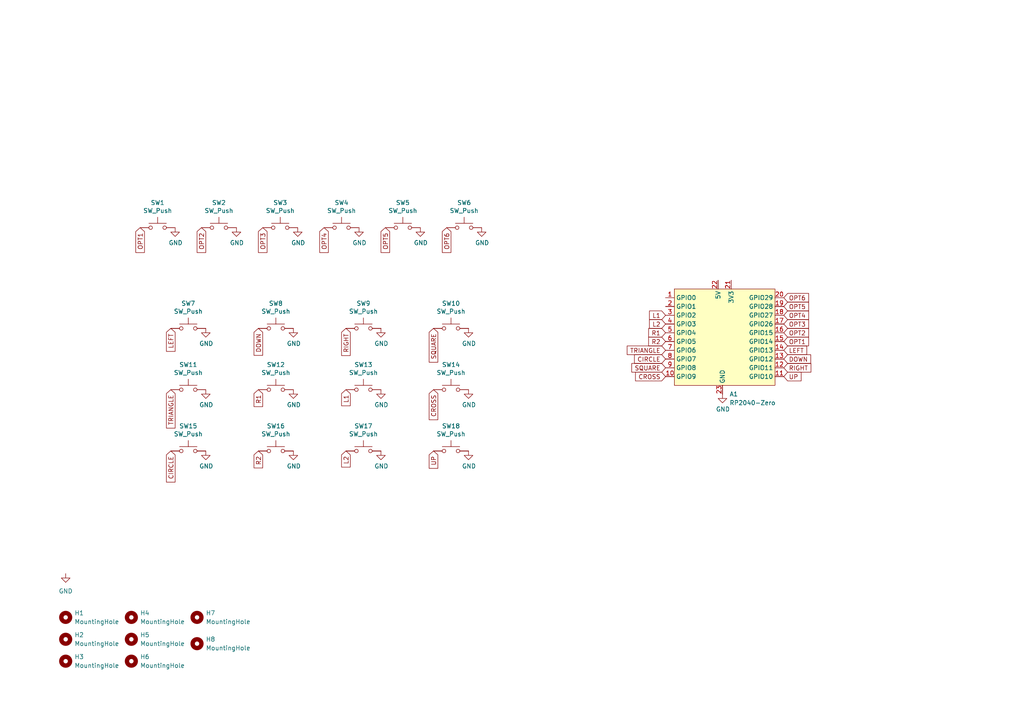
<source format=kicad_sch>
(kicad_sch (version 20230121) (generator eeschema)
  (paper "A4")
  (lib_symbols
    (symbol "GND_1" (power) (pin_names (offset 0))
      (property "Value" "GND_1" (at 0 -3.81 0))
      (symbol "GND_1_0_1"
        (polyline (pts (xy 0 0) (xy 0 -1.27) (xy 1.27 -1.27) (xy 0 -2.54) (xy -1.27 -1.27) (xy 0 -1.27)))
      )
      (symbol "GND_1_1_1"
        (pin power_in line (at 0 0 270) (length 0) hide (name "GND") (number "1"))
      )
    )
    (symbol "Mechanical:MountingHole" (pin_names (offset 1.016))
      (property "Reference" "H" (at 0 5.08 0))
      (property "Value" "MountingHole" (at 0 3.175 0))
      (symbol "MountingHole_0_1"
        (circle (center 0 0) (radius 1.27) (stroke (width 1.27)))
      )
    )
    (symbol "RP2040-Zero:RP2040-Zero"
      (property "Reference" "U" (at 0 1.27 0))
      (property "Value" "RP2040-Zero" (at 0 -1.27 0))
      (symbol "RP2040-Zero_0_1"
        (rectangle (start -13.97 12.7) (end 15.24 -15.24) (fill (type background)))
      )
      (symbol "RP2040-Zero_1_1"
        (pin bidirectional line (at -16.51 10.16 0) (length 2.54) (name "GPIO0") (number "1"))
        (pin bidirectional line (at -16.51 -12.7 0) (length 2.54) (name "GPIO9") (number "10"))
        (pin bidirectional line (at 17.78 -12.7 180) (length 2.54) (name "GPIO10") (number "11"))
        (pin bidirectional line (at 17.78 -10.16 180) (length 2.54) (name "GPIO11") (number "12"))
        (pin bidirectional line (at 17.78 -7.62 180) (length 2.54) (name "GPIO12") (number "13"))
        (pin bidirectional line (at 17.78 -5.08 180) (length 2.54) (name "GPIO13") (number "14"))
        (pin bidirectional line (at 17.78 -2.54 180) (length 2.54) (name "GPIO14") (number "15"))
        (pin bidirectional line (at 17.78 0 180) (length 2.54) (name "GPIO15") (number "16"))
        (pin bidirectional line (at 17.78 2.54 180) (length 2.54) (name "GPIO26") (number "17"))
        (pin bidirectional line (at 17.78 5.08 180) (length 2.54) (name "GPIO27") (number "18"))
        (pin bidirectional line (at 17.78 7.62 180) (length 2.54) (name "GPIO28") (number "19"))
        (pin bidirectional line (at -16.51 7.62 0) (length 2.54) (name "GPIO1") (number "2"))
        (pin bidirectional line (at 17.78 10.16 180) (length 2.54) (name "GPIO29") (number "20"))
        (pin power_out line (at 2.54 15.24 270) (length 2.54) (name "3V3") (number "21"))
        (pin power_in line (at -1.27 15.24 270) (length 2.54) (name "5V") (number "22"))
        (pin power_in line (at 0 -17.78 90) (length 2.54) (name "GND") (number "23"))
        (pin bidirectional line (at -16.51 5.08 0) (length 2.54) (name "GPIO2") (number "3"))
        (pin bidirectional line (at -16.51 2.54 0) (length 2.54) (name "GPIO3") (number "4"))
        (pin bidirectional line (at -16.51 0 0) (length 2.54) (name "GPIO4") (number "5"))
        (pin bidirectional line (at -16.51 -2.54 0) (length 2.54) (name "GPIO5") (number "6"))
        (pin bidirectional line (at -16.51 -5.08 0) (length 2.54) (name "GPIO6") (number "7"))
        (pin bidirectional line (at -16.51 -7.62 0) (length 2.54) (name "GPIO7") (number "8"))
        (pin bidirectional line (at -16.51 -10.16 0) (length 2.54) (name "GPIO8") (number "9"))
      )
    )
    (symbol "Switch:SW_Push" (pin_numbers hide) (pin_names (offset 1.016) hide)
      (property "Reference" "SW" (at 1.27 2.54 0))
      (property "Value" "SW_Push" (at 0 -1.524 0))
      (symbol "SW_Push_0_1"
        (circle (center -2.032 0) (radius 0.508))
        (polyline (pts (xy 0 1.27) (xy 0 3.048)))
        (polyline (pts (xy 2.54 1.27) (xy -2.54 1.27)))
        (circle (center 2.032 0) (radius 0.508))
        (pin passive line (at -5.08 0 0) (length 2.54) (name "1") (number "1"))
        (pin passive line (at 5.08 0 180) (length 2.54) (name "2") (number "2"))
      )
    )
    (symbol "power:GND" (power) (pin_names (offset 0))
      (property "Value" "GND" (at 0 -3.81 0))
      (symbol "GND_0_1"
        (polyline (pts (xy 0 0) (xy 0 -1.27) (xy 1.27 -1.27) (xy 0 -2.54) (xy -1.27 -1.27) (xy 0 -1.27)))
      )
      (symbol "GND_1_1"
        (pin power_in line (at 0 0 270) (length 0) hide (name "GND") (number "1"))
      )
    )
  )
  (global_label "TRIANGLE" (shape input) (at 49.53 113.03 270) (property "Intersheetrefs" "${INTERSHEET_REFS}" (effects hide)))
  (global_label "CROSS" (shape input) (at 125.73 113.03 270) (property "Intersheetrefs" "${INTERSHEET_REFS}" (effects hide)))
  (global_label "R2" (shape input) (at 74.93 130.81 270) (property "Intersheetrefs" "${INTERSHEET_REFS}" (effects hide)))
  (global_label "TRIANGLE" (shape input) (at 193.04 101.6 180) (property "Intersheetrefs" "${INTERSHEET_REFS}" (effects hide)))
  (global_label "OPT1" (shape input) (at 227.33 99.06 0) (property "Intersheetrefs" "${INTERSHEET_REFS}" (effects hide)))
  (global_label "L2" (shape input) (at 100.33 130.81 270) (property "Intersheetrefs" "${INTERSHEET_REFS}" (effects hide)))
  (global_label "R1" (shape input) (at 74.93 113.03 270) (property "Intersheetrefs" "${INTERSHEET_REFS}" (effects hide)))
  (global_label "RIGHT" (shape input) (at 100.33 95.25 270) (property "Intersheetrefs" "${INTERSHEET_REFS}" (effects hide)))
  (global_label "SQUARE" (shape input) (at 125.73 95.25 270) (property "Intersheetrefs" "${INTERSHEET_REFS}" (effects hide)))
  (global_label "OPT6" (shape input) (at 129.54 66.04 270) (property "Intersheetrefs" "${INTERSHEET_REFS}" (effects hide)))
  (global_label "SQUARE" (shape input) (at 193.04 106.68 180) (property "Intersheetrefs" "${INTERSHEET_REFS}" (effects hide)))
  (global_label "OPT2" (shape input) (at 58.42 66.04 270) (property "Intersheetrefs" "${INTERSHEET_REFS}" (effects hide)))
  (global_label "UP" (shape input) (at 125.73 130.81 270) (property "Intersheetrefs" "${INTERSHEET_REFS}" (effects hide)))
  (global_label "RIGHT" (shape input) (at 227.33 106.68 0) (property "Intersheetrefs" "${INTERSHEET_REFS}" (effects hide)))
  (global_label "R1" (shape input) (at 193.04 96.52 180) (property "Intersheetrefs" "${INTERSHEET_REFS}" (effects hide)))
  (global_label "OPT3" (shape input) (at 227.33 93.98 0) (property "Intersheetrefs" "${INTERSHEET_REFS}" (effects hide)))
  (global_label "CIRCLE" (shape input) (at 193.04 104.14 180) (property "Intersheetrefs" "${INTERSHEET_REFS}" (effects hide)))
  (global_label "L2" (shape input) (at 193.04 93.98 180) (property "Intersheetrefs" "${INTERSHEET_REFS}" (effects hide)))
  (global_label "CROSS" (shape input) (at 193.04 109.22 180) (property "Intersheetrefs" "${INTERSHEET_REFS}" (effects hide)))
  (global_label "OPT4" (shape input) (at 227.33 91.44 0) (property "Intersheetrefs" "${INTERSHEET_REFS}" (effects hide)))
  (global_label "DOWN" (shape input) (at 74.93 95.25 270) (property "Intersheetrefs" "${INTERSHEET_REFS}" (effects hide)))
  (global_label "LEFT" (shape input) (at 227.33 101.6 0) (property "Intersheetrefs" "${INTERSHEET_REFS}" (effects hide)))
  (global_label "OPT6" (shape input) (at 227.33 86.36 0) (property "Intersheetrefs" "${INTERSHEET_REFS}" (effects hide)))
  (global_label "DOWN" (shape input) (at 227.33 104.14 0) (property "Intersheetrefs" "${INTERSHEET_REFS}" (effects hide)))
  (global_label "R2" (shape input) (at 193.04 99.06 180) (property "Intersheetrefs" "${INTERSHEET_REFS}" (effects hide)))
  (global_label "LEFT" (shape input) (at 49.53 95.25 270) (property "Intersheetrefs" "${INTERSHEET_REFS}" (effects hide)))
  (global_label "UP" (shape input) (at 227.33 109.22 0) (property "Intersheetrefs" "${INTERSHEET_REFS}" (effects hide)))
  (global_label "OPT4" (shape input) (at 93.98 66.04 270) (property "Intersheetrefs" "${INTERSHEET_REFS}" (effects hide)))
  (global_label "OPT5" (shape input) (at 111.76 66.04 270) (property "Intersheetrefs" "${INTERSHEET_REFS}" (effects hide)))
  (global_label "L1" (shape input) (at 100.33 113.03 270) (property "Intersheetrefs" "${INTERSHEET_REFS}" (effects hide)))
  (global_label "CIRCLE" (shape input) (at 49.53 130.81 270) (property "Intersheetrefs" "${INTERSHEET_REFS}" (effects hide)))
  (global_label "OPT1" (shape input) (at 40.64 66.04 270) (property "Intersheetrefs" "${INTERSHEET_REFS}" (effects hide)))
  (global_label "OPT2" (shape input) (at 227.33 96.52 0) (property "Intersheetrefs" "${INTERSHEET_REFS}" (effects hide)))
  (global_label "OPT3" (shape input) (at 76.2 66.04 270) (property "Intersheetrefs" "${INTERSHEET_REFS}" (effects hide)))
  (global_label "OPT5" (shape input) (at 227.33 88.9 0) (property "Intersheetrefs" "${INTERSHEET_REFS}" (effects hide)))
  (global_label "L1" (shape input) (at 193.04 91.44 180) (property "Intersheetrefs" "${INTERSHEET_REFS}" (effects hide)))
  (symbol (lib_id "Switch:SW_Push") (at 45.72 66.04 0) (unit 1)
    (property "Reference" "SW1" (at 45.72 58.801 0))
    (property "Value" "SW_Push" (at 45.72 61.1124 0))
    (property "Footprint" "Button_Switch_THT:SW_PUSH_6mm_H5mm" (effects hide))
  )
  (symbol (lib_id "Switch:SW_Push") (at 63.5 66.04 0) (unit 1)
    (property "Reference" "SW2" (at 63.5 58.801 0))
    (property "Value" "SW_Push" (at 63.5 61.1124 0))
    (property "Footprint" "Button_Switch_THT:SW_PUSH_6mm_H5mm" (effects hide))
  )
  (symbol (lib_id "Switch:SW_Push") (at 81.28 66.04 0) (unit 1)
    (property "Reference" "SW3" (at 81.28 58.801 0))
    (property "Value" "SW_Push" (at 81.28 61.1124 0))
    (property "Footprint" "Button_Switch_THT:SW_PUSH_6mm_H5mm" (effects hide))
  )
  (symbol (lib_id "Switch:SW_Push") (at 99.06 66.04 0) (unit 1)
    (property "Reference" "SW4" (at 99.06 58.801 0))
    (property "Value" "SW_Push" (at 99.06 61.1124 0))
    (property "Footprint" "Button_Switch_THT:SW_PUSH_6mm_H5mm" (effects hide))
  )
  (symbol (lib_id "Switch:SW_Push") (at 116.84 66.04 0) (unit 1)
    (property "Reference" "SW5" (at 116.84 58.801 0))
    (property "Value" "SW_Push" (at 116.84 61.1124 0))
    (property "Footprint" "Button_Switch_THT:SW_PUSH_6mm_H5mm" (effects hide))
  )
  (symbol (lib_id "Switch:SW_Push") (at 134.62 66.04 0) (unit 1)
    (property "Reference" "SW6" (at 134.62 58.801 0))
    (property "Value" "SW_Push" (at 134.62 61.1124 0))
    (property "Footprint" "Button_Switch_THT:SW_PUSH_6mm_H5mm" (effects hide))
  )
  (symbol (lib_id "power:GND") (at 50.8 66.04 0) (unit 1)
    (property "Reference" "#PWR01" (effects hide))
    (property "Value" "GND" (at 50.927 70.4342 0))
  )
  (symbol (lib_id "power:GND") (at 68.58 66.04 0) (unit 1)
    (property "Reference" "#PWR02" (effects hide))
    (property "Value" "GND" (at 68.707 70.4342 0))
  )
  (symbol (lib_id "power:GND") (at 86.36 66.04 0) (unit 1)
    (property "Reference" "#PWR03" (effects hide))
    (property "Value" "GND" (at 86.487 70.4342 0))
  )
  (symbol (lib_id "power:GND") (at 104.14 66.04 0) (unit 1)
    (property "Reference" "#PWR04" (effects hide))
    (property "Value" "GND" (at 104.267 70.4342 0))
  )
  (symbol (lib_id "power:GND") (at 121.92 66.04 0) (unit 1)
    (property "Reference" "#PWR05" (effects hide))
    (property "Value" "GND" (at 122.047 70.4342 0))
  )
  (symbol (lib_id "power:GND") (at 139.7 66.04 0) (unit 1)
    (property "Reference" "#PWR06" (effects hide))
    (property "Value" "GND" (at 139.827 70.4342 0))
  )
  (symbol (lib_id "Switch:SW_Push") (at 54.61 95.25 0) (unit 1)
    (property "Reference" "SW7" (at 54.61 88.011 0))
    (property "Value" "SW_Push" (at 54.61 90.3224 0))
    (property "Footprint" "keyswitches.pretty-2.1:KAILHCHOK_V2_GATERON_SW_HS_(KAILH)" (effects hide))
  )
  (symbol (lib_id "Switch:SW_Push") (at 130.81 130.81 0) (unit 1)
    (property "Reference" "SW18" (at 130.81 123.571 0))
    (property "Value" "SW_Push" (at 130.81 125.8824 0))
    (property "Footprint" "keyswitches.pretty-2.1:KAILHCHOK_V2_GATERON_SW_HS_(KAILH)" (effects hide))
  )
  (symbol (lib_id "Switch:SW_Push") (at 80.01 113.03 0) (unit 1)
    (property "Reference" "SW12" (at 80.01 105.791 0))
    (property "Value" "SW_Push" (at 80.01 108.1024 0))
    (property "Footprint" "keyswitches.pretty-2.1:KAILHCHOK_V2_GATERON_SW_HS_(KAILH)" (effects hide))
  )
  (symbol (lib_id "Switch:SW_Push") (at 54.61 130.81 0) (unit 1)
    (property "Reference" "SW15" (at 54.61 123.571 0))
    (property "Value" "SW_Push" (at 54.61 125.8824 0))
    (property "Footprint" "keyswitches.pretty-2.1:KAILHCHOK_V2_GATERON_SW_HS_(KAILH)" (effects hide))
  )
  (symbol (lib_id "Switch:SW_Push") (at 80.01 95.25 0) (unit 1)
    (property "Reference" "SW8" (at 80.01 88.011 0))
    (property "Value" "SW_Push" (at 80.01 90.3224 0))
    (property "Footprint" "keyswitches.pretty-2.1:KAILHCHOK_V2_GATERON_SW_HS_(KAILH)" (effects hide))
  )
  (symbol (lib_id "Switch:SW_Push") (at 130.81 95.25 0) (unit 1)
    (property "Reference" "SW10" (at 130.81 88.011 0))
    (property "Value" "SW_Push" (at 130.81 90.3224 0))
    (property "Footprint" "keyswitches.pretty-2.1:KAILHCHOK_V2_GATERON_SW_HS_(KAILH)" (effects hide))
  )
  (symbol (lib_id "Switch:SW_Push") (at 105.41 113.03 0) (unit 1)
    (property "Reference" "SW13" (at 105.41 105.791 0))
    (property "Value" "SW_Push" (at 105.41 108.1024 0))
    (property "Footprint" "keyswitches.pretty-2.1:KAILHCHOK_V2_GATERON_SW_HS_(KAILH)" (effects hide))
  )
  (symbol (lib_id "Switch:SW_Push") (at 80.01 130.81 0) (unit 1)
    (property "Reference" "SW16" (at 80.01 123.571 0))
    (property "Value" "SW_Push" (at 80.01 125.8824 0))
    (property "Footprint" "keyswitches.pretty-2.1:KAILHCHOK_V2_GATERON_SW_HS_(KAILH)" (effects hide))
  )
  (symbol (lib_id "Switch:SW_Push") (at 105.41 95.25 0) (unit 1)
    (property "Reference" "SW9" (at 105.41 88.011 0))
    (property "Value" "SW_Push" (at 105.41 90.3224 0))
    (property "Footprint" "keyswitches.pretty-2.1:KAILHCHOK_V2_GATERON_SW_HS_(KAILH)" (effects hide))
  )
  (symbol (lib_id "Switch:SW_Push") (at 54.61 113.03 0) (unit 1)
    (property "Reference" "SW11" (at 54.61 105.791 0))
    (property "Value" "SW_Push" (at 54.61 108.1024 0))
    (property "Footprint" "keyswitches.pretty-2.1:KAILHCHOK_V2_GATERON_SW_HS_(KAILH)" (effects hide))
  )
  (symbol (lib_id "Switch:SW_Push") (at 130.81 113.03 0) (unit 1)
    (property "Reference" "SW14" (at 130.81 105.791 0))
    (property "Value" "SW_Push" (at 130.81 108.1024 0))
    (property "Footprint" "keyswitches.pretty-2.1:KAILHCHOK_V2_GATERON_SW_HS_(KAILH)" (effects hide))
  )
  (symbol (lib_id "Switch:SW_Push") (at 105.41 130.81 0) (unit 1)
    (property "Reference" "SW17" (at 105.41 123.571 0))
    (property "Value" "SW_Push" (at 105.41 125.8824 0))
    (property "Footprint" "keyswitches.pretty-2.1:KAILHCHOK_V2_GATERON_SW_HS_(KAILH)" (effects hide))
  )
  (symbol (lib_id "power:GND") (at 59.69 95.25 0) (unit 1)
    (property "Reference" "#PWR07" (effects hide))
    (property "Value" "GND" (at 59.817 99.6442 0))
  )
  (symbol (lib_id "power:GND") (at 135.89 130.81 0) (unit 1)
    (property "Reference" "#PWR018" (effects hide))
    (property "Value" "GND" (at 136.017 135.2042 0))
  )
  (symbol (lib_id "power:GND") (at 85.09 113.03 0) (unit 1)
    (property "Reference" "#PWR012" (effects hide))
    (property "Value" "GND" (at 85.217 117.4242 0))
  )
  (symbol (lib_id "power:GND") (at 59.69 130.81 0) (unit 1)
    (property "Reference" "#PWR015" (effects hide))
    (property "Value" "GND" (at 59.817 135.2042 0))
  )
  (symbol (lib_id "power:GND") (at 85.09 95.25 0) (unit 1)
    (property "Reference" "#PWR08" (effects hide))
    (property "Value" "GND" (at 85.217 99.6442 0))
  )
  (symbol (lib_id "power:GND") (at 135.89 95.25 0) (unit 1)
    (property "Reference" "#PWR010" (effects hide))
    (property "Value" "GND" (at 136.017 99.6442 0))
  )
  (symbol (lib_id "power:GND") (at 110.49 113.03 0) (unit 1)
    (property "Reference" "#PWR013" (effects hide))
    (property "Value" "GND" (at 110.617 117.4242 0))
  )
  (symbol (lib_id "power:GND") (at 85.09 130.81 0) (unit 1)
    (property "Reference" "#PWR016" (effects hide))
    (property "Value" "GND" (at 85.217 135.2042 0))
  )
  (symbol (lib_id "power:GND") (at 110.49 130.81 0) (unit 1)
    (property "Reference" "#PWR017" (effects hide))
    (property "Value" "GND" (at 110.617 135.2042 0))
  )
  (symbol (lib_id "power:GND") (at 135.89 113.03 0) (unit 1)
    (property "Reference" "#PWR014" (effects hide))
    (property "Value" "GND" (at 136.017 117.4242 0))
  )
  (symbol (lib_id "power:GND") (at 59.69 113.03 0) (unit 1)
    (property "Reference" "#PWR011" (effects hide))
    (property "Value" "GND" (at 59.817 117.4242 0))
  )
  (symbol (lib_id "power:GND") (at 110.49 95.25 0) (unit 1)
    (property "Reference" "#PWR09" (effects hide))
    (property "Value" "GND" (at 110.617 99.6442 0))
  )
  (symbol (lib_id "power:GND") (at 209.55 114.3 0) (unit 1)
    (property "Reference" "#PWR0102" (effects hide))
    (property "Value" "GND" (at 209.677 118.6942 0))
  )
  (symbol (lib_id "Mechanical:MountingHole") (at 19.05 191.77 0) (unit 1)
    (property "Reference" "H3" (at 21.59 190.4999 0) (effects (justify left)))
    (property "Value" "MountingHole" (at 21.59 193.0399 0) (effects (justify left)))
    (property "Footprint" "MountingHole:MountingHole_2.2mm_M2" (effects hide))
  )
  (symbol (lib_id "Mechanical:MountingHole") (at 19.05 179.07 0) (unit 1)
    (property "Reference" "H1" (at 21.59 177.7999 0) (effects (justify left)))
    (property "Value" "MountingHole" (at 21.59 180.3399 0) (effects (justify left)))
    (property "Footprint" "MountingHole:MountingHole_2.2mm_M2" (effects hide))
  )
  (symbol (lib_id "Mechanical:MountingHole") (at 57.15 179.07 0) (unit 1)
    (property "Reference" "H7" (at 59.69 177.7999 0) (effects (justify left)))
    (property "Value" "MountingHole" (at 59.69 180.3399 0) (effects (justify left)))
    (property "Footprint" "MountingHole:MountingHole_2.2mm_M2" (effects hide))
  )
  (symbol (lib_id "Mechanical:MountingHole") (at 38.1 179.07 0) (unit 1)
    (property "Reference" "H4" (at 40.64 177.7999 0) (effects (justify left)))
    (property "Value" "MountingHole" (at 40.64 180.3399 0) (effects (justify left)))
    (property "Footprint" "MountingHole:MountingHole_2.2mm_M2" (effects hide))
  )
  (symbol (lib_name "GND_1") (lib_id "power:GND") (at 19.05 166.37 0) (unit 1)
    (property "Reference" "#PWR019" (effects hide))
    (property "Value" "GND" (at 19.05 171.45 0))
  )
  (symbol (lib_id "RP2040-Zero:RP2040-Zero") (at 209.55 96.52 0) (unit 1)
    (property "Reference" "A1" (at 211.5694 114.3 0) (effects (justify left)))
    (property "Value" "RP2040-Zero" (at 211.5694 116.84 0) (effects (justify left)))
    (property "Footprint" "RP2040-Zero:RP2040-Zero" (effects hide))
  )
  (symbol (lib_id "Mechanical:MountingHole") (at 57.15 186.69 0) (unit 1)
    (property "Reference" "H8" (at 59.69 185.4199 0) (effects (justify left)))
    (property "Value" "MountingHole" (at 59.69 187.9599 0) (effects (justify left)))
    (property "Footprint" "MountingHole:MountingHole_2.2mm_M2" (effects hide))
  )
  (symbol (lib_id "Mechanical:MountingHole") (at 38.1 185.42 0) (unit 1)
    (property "Reference" "H5" (at 40.64 184.1499 0) (effects (justify left)))
    (property "Value" "MountingHole" (at 40.64 186.6899 0) (effects (justify left)))
    (property "Footprint" "MountingHole:MountingHole_2.2mm_M2" (effects hide))
  )
  (symbol (lib_id "Mechanical:MountingHole") (at 38.1 191.77 0) (unit 1)
    (property "Reference" "H6" (at 40.64 190.4999 0) (effects (justify left)))
    (property "Value" "MountingHole" (at 40.64 193.0399 0) (effects (justify left)))
    (property "Footprint" "MountingHole:MountingHole_2.2mm_M2" (effects hide))
  )
  (symbol (lib_id "Mechanical:MountingHole") (at 19.05 185.42 0) (unit 1)
    (property "Reference" "H2" (at 21.59 184.1499 0) (effects (justify left)))
    (property "Value" "MountingHole" (at 21.59 186.6899 0) (effects (justify left)))
    (property "Footprint" "MountingHole:MountingHole_2.2mm_M2" (effects hide))
  )
)
</source>
